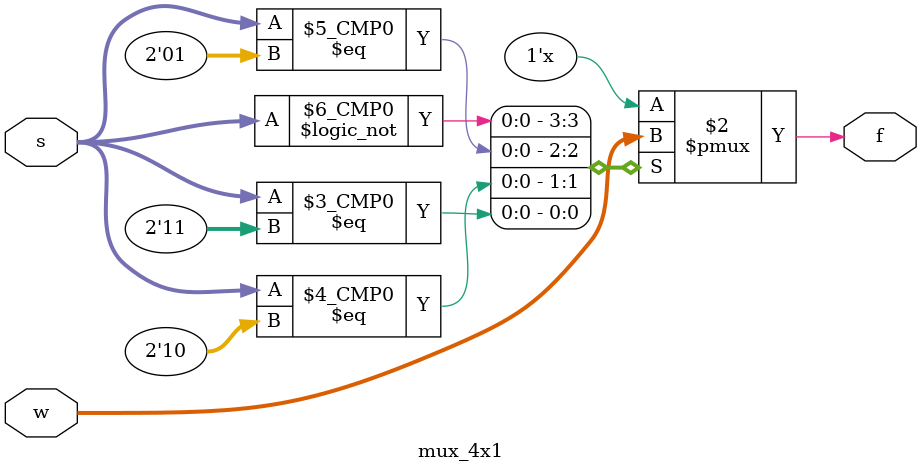
<source format=v>
module mux_4x1 (w,s,f);
input [0:3] w;
input [1:0] s;
output reg f;
always @(w,s) 
    begin
        case(s)
        0: f = w[0];
        1: f = w[1];
        2: f = w[2];
        3: f = w[3];
        endcase
    end
endmodule
</source>
